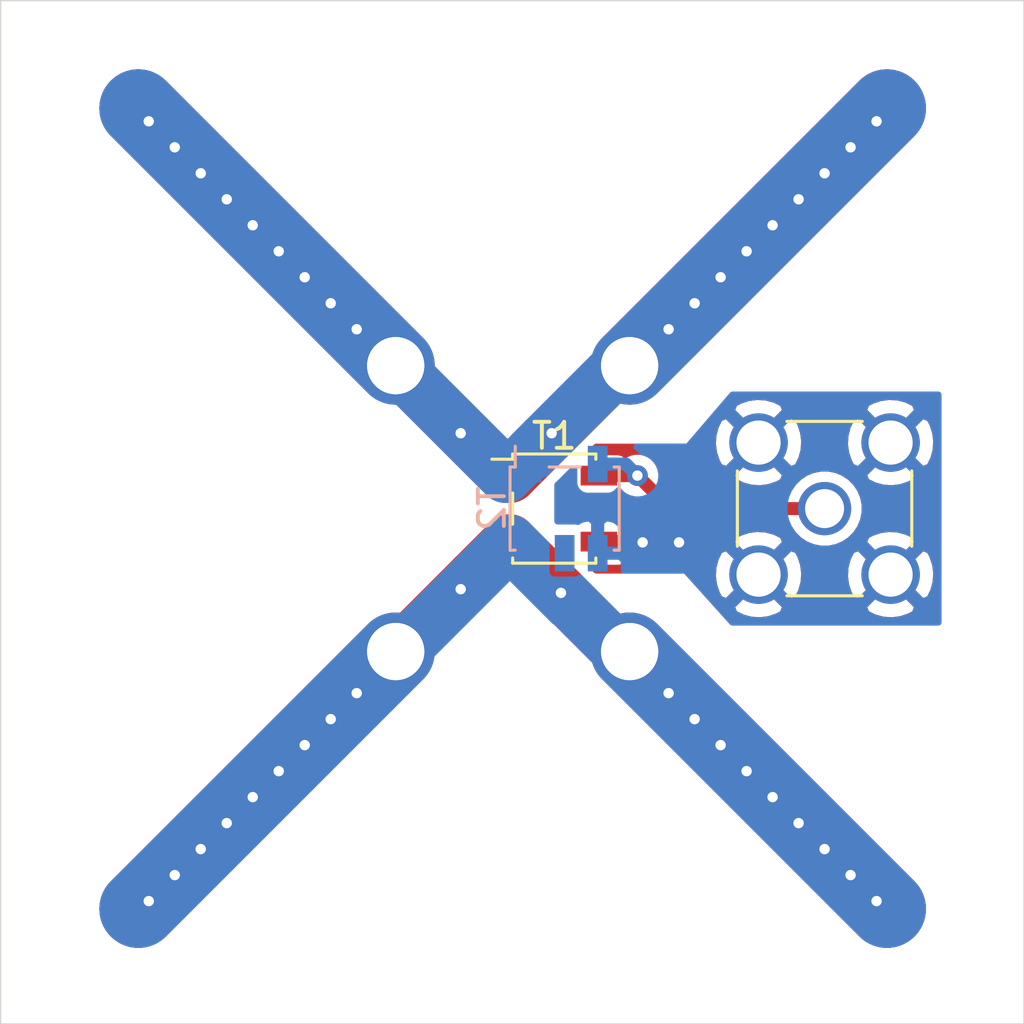
<source format=kicad_pcb>
(kicad_pcb (version 20171130) (host pcbnew "(5.1.2)-1")

  (general
    (thickness 1.6)
    (drawings 4)
    (tracks 74)
    (zones 0)
    (modules 14)
    (nets 7)
  )

  (page A4)
  (layers
    (0 F.Cu signal)
    (31 B.Cu signal)
    (32 B.Adhes user)
    (33 F.Adhes user)
    (34 B.Paste user)
    (35 F.Paste user)
    (36 B.SilkS user hide)
    (37 F.SilkS user hide)
    (38 B.Mask user)
    (39 F.Mask user)
    (40 Dwgs.User user)
    (41 Cmts.User user)
    (42 Eco1.User user)
    (43 Eco2.User user)
    (44 Edge.Cuts user)
    (45 Margin user)
    (46 B.CrtYd user)
    (47 F.CrtYd user)
    (48 B.Fab user hide)
    (49 F.Fab user hide)
  )

  (setup
    (last_trace_width 2.1)
    (user_trace_width 0.5)
    (user_trace_width 1)
    (user_trace_width 2.1)
    (trace_clearance 0.2)
    (zone_clearance 0.1)
    (zone_45_only no)
    (trace_min 0.2)
    (via_size 0.8)
    (via_drill 0.4)
    (via_min_size 0.4)
    (via_min_drill 0.3)
    (uvia_size 0.3)
    (uvia_drill 0.1)
    (uvias_allowed no)
    (uvia_min_size 0.2)
    (uvia_min_drill 0.1)
    (edge_width 0.05)
    (segment_width 0.2)
    (pcb_text_width 0.3)
    (pcb_text_size 1.5 1.5)
    (mod_edge_width 0.12)
    (mod_text_size 1 1)
    (mod_text_width 0.15)
    (pad_size 3 17)
    (pad_drill 2.2)
    (pad_to_mask_clearance 0.051)
    (solder_mask_min_width 0.25)
    (aux_axis_origin 0 0)
    (visible_elements 7FFFFFFF)
    (pcbplotparams
      (layerselection 0x010fc_ffffffff)
      (usegerberextensions false)
      (usegerberattributes false)
      (usegerberadvancedattributes false)
      (creategerberjobfile false)
      (excludeedgelayer true)
      (linewidth 0.100000)
      (plotframeref false)
      (viasonmask false)
      (mode 1)
      (useauxorigin false)
      (hpglpennumber 1)
      (hpglpenspeed 20)
      (hpglpendiameter 15.000000)
      (psnegative false)
      (psa4output false)
      (plotreference true)
      (plotvalue true)
      (plotinvisibletext false)
      (padsonsilk false)
      (subtractmaskfromsilk false)
      (outputformat 1)
      (mirror false)
      (drillshape 1)
      (scaleselection 1)
      (outputdirectory ""))
  )

  (net 0 "")
  (net 1 GND)
  (net 2 "Net-(T1-Pad4)")
  (net 3 /IN1)
  (net 4 /IN2)
  (net 5 /OUT)
  (net 6 "Net-(T2-Pad4)")

  (net_class Default "This is the default net class."
    (clearance 0.2)
    (trace_width 0.25)
    (via_dia 0.8)
    (via_drill 0.4)
    (uvia_dia 0.3)
    (uvia_drill 0.1)
    (add_net /IN1)
    (add_net /IN2)
    (add_net /OUT)
    (add_net GND)
    (add_net "Net-(T1-Pad4)")
    (add_net "Net-(T2-Pad4)")
  )

  (module MountingHole:MountingHole_2.2mm_M2_Pad (layer B.Cu) (tedit 5F95B7C1) (tstamp 5F95BBB8)
    (at 154.5 95.4 90)
    (descr "Mounting Hole 2.2mm, M2")
    (tags "mounting hole 2.2mm m2")
    (path /5F962213)
    (attr virtual)
    (fp_text reference H8 (at 0 3.2 90) (layer B.SilkS) hide
      (effects (font (size 1 1) (thickness 0.15)) (justify mirror))
    )
    (fp_text value Pad (at 0 -3.2 90) (layer B.Fab)
      (effects (font (size 1 1) (thickness 0.15)) (justify mirror))
    )
    (fp_circle (center 0 0) (end 2.45 0) (layer B.CrtYd) (width 0.05))
    (fp_circle (center 0 0) (end 2.2 0) (layer Cmts.User) (width 0.15))
    (fp_text user %R (at 0.3 0 90) (layer B.Fab)
      (effects (font (size 1 1) (thickness 0.15)) (justify mirror))
    )
    (pad 1 thru_hole oval (at 0 0 45) (size 3 17) (drill 2.2 (offset 0 7)) (layers *.Cu *.Mask)
      (net 4 /IN2))
  )

  (module MountingHole:MountingHole_2.2mm_M2_Pad (layer F.Cu) (tedit 5F95B7A5) (tstamp 5F95BB9B)
    (at 154.5 95.4 180)
    (descr "Mounting Hole 2.2mm, M2")
    (tags "mounting hole 2.2mm m2")
    (path /5F96221D)
    (attr virtual)
    (fp_text reference H6 (at 0 -3.2) (layer F.SilkS) hide
      (effects (font (size 1 1) (thickness 0.15)))
    )
    (fp_text value Pad (at 0 3.2) (layer F.Fab)
      (effects (font (size 1 1) (thickness 0.15)))
    )
    (fp_circle (center 0 0) (end 2.45 0) (layer F.CrtYd) (width 0.05))
    (fp_circle (center 0 0) (end 2.2 0) (layer Cmts.User) (width 0.15))
    (fp_text user %R (at 0.3 0) (layer F.Fab)
      (effects (font (size 1 1) (thickness 0.15)))
    )
    (pad 1 thru_hole oval (at 0 0 225) (size 3 17) (drill 2.2 (offset 0 -7)) (layers *.Cu *.Mask)
      (net 4 /IN2))
  )

  (module MountingHole:MountingHole_2.2mm_M2_Pad (layer B.Cu) (tedit 5F95B63C) (tstamp 5F95BB8C)
    (at 145.5 95.4)
    (descr "Mounting Hole 2.2mm, M2")
    (tags "mounting hole 2.2mm m2")
    (path /5F9621FF)
    (attr virtual)
    (fp_text reference H4 (at 0 3.2 180) (layer B.SilkS) hide
      (effects (font (size 1 1) (thickness 0.15)) (justify mirror))
    )
    (fp_text value Pad (at 0 -3.2 180) (layer B.Fab)
      (effects (font (size 1 1) (thickness 0.15)) (justify mirror))
    )
    (fp_circle (center 0 0) (end 2.45 0) (layer B.CrtYd) (width 0.05))
    (fp_circle (center 0 0) (end 2.2 0) (layer Cmts.User) (width 0.15))
    (fp_text user %R (at 0.3 0 180) (layer B.Fab)
      (effects (font (size 1 1) (thickness 0.15)) (justify mirror))
    )
    (pad 1 thru_hole oval (at 0 0 315) (size 3 17) (drill 2.2 (offset 0 7)) (layers *.Cu *.Mask)
      (net 4 /IN2))
  )

  (module MountingHole:MountingHole_2.2mm_M2_Pad (layer B.Cu) (tedit 5F95B766) (tstamp 5F95BB7D)
    (at 145.5 95.4)
    (descr "Mounting Hole 2.2mm, M2")
    (tags "mounting hole 2.2mm m2")
    (path /5F962209)
    (attr virtual)
    (fp_text reference H2 (at 0 3.2 180) (layer B.SilkS) hide
      (effects (font (size 1 1) (thickness 0.15)) (justify mirror))
    )
    (fp_text value Pad (at 0 -3.2 180) (layer B.Fab)
      (effects (font (size 1 1) (thickness 0.15)) (justify mirror))
    )
    (fp_circle (center 0 0) (end 2.45 0) (layer B.CrtYd) (width 0.05))
    (fp_circle (center 0 0) (end 2.2 0) (layer Cmts.User) (width 0.15))
    (fp_text user %R (at 0.3 0 180) (layer B.Fab)
      (effects (font (size 1 1) (thickness 0.15)) (justify mirror))
    )
    (pad 1 thru_hole oval (at 0 0 315) (size 3 17) (drill 2.2 (offset 0 7)) (layers *.Cu *.Mask)
      (net 4 /IN2))
  )

  (module Transformer_SMD:Transformer_MACOM_SM-22 (layer B.Cu) (tedit 5B0BC2F5) (tstamp 5F95B31A)
    (at 152 89.9 270)
    (descr https://cdn.macom.com/datasheets/ETC1-1-13.pdf)
    (tags "RF Transformer")
    (path /5F96929A)
    (attr smd)
    (fp_text reference T2 (at 0 2.794 270) (layer B.SilkS)
      (effects (font (size 1 1) (thickness 0.15)) (justify mirror))
    )
    (fp_text value ETC1-1-13 (at 0 -2.794 270) (layer B.Fab)
      (effects (font (size 1 1) (thickness 0.15)) (justify mirror))
    )
    (fp_text user %R (at 0 0 270) (layer B.Fab)
      (effects (font (size 0.6 0.6) (thickness 0.09)) (justify mirror))
    )
    (fp_line (start -2.67 -2.17) (end -2.67 2.17) (layer B.CrtYd) (width 0.05))
    (fp_line (start 2.67 -2.17) (end -2.67 -2.17) (layer B.CrtYd) (width 0.05))
    (fp_line (start 2.67 2.17) (end 2.67 -2.17) (layer B.CrtYd) (width 0.05))
    (fp_line (start -2.67 2.17) (end 2.67 2.17) (layer B.CrtYd) (width 0.05))
    (fp_line (start -1.395 1.2175) (end -0.6975 1.915) (layer B.Fab) (width 0.1))
    (fp_line (start -1.395 -1.915) (end -1.395 1.2175) (layer B.Fab) (width 0.1))
    (fp_line (start 1.395 -1.915) (end -1.395 -1.915) (layer B.Fab) (width 0.1))
    (fp_line (start 1.395 1.915) (end 1.395 -1.915) (layer B.Fab) (width 0.1))
    (fp_line (start -0.6975 1.915) (end 1.395 1.915) (layer B.Fab) (width 0.1))
    (fp_line (start 1.6 1.9) (end 1.6 2.1) (layer B.SilkS) (width 0.12))
    (fp_line (start 1.6 2.1) (end -1.6 2.1) (layer B.SilkS) (width 0.12))
    (fp_line (start -1.6 2.1) (end -1.6 1.9) (layer B.SilkS) (width 0.12))
    (fp_line (start -1.6 1.9) (end -2.4 1.9) (layer B.SilkS) (width 0.12))
    (fp_line (start -1.6 0.6) (end -1.6 -0.6) (layer B.SilkS) (width 0.12))
    (fp_line (start -1.6 -1.9) (end -1.6 -2.1) (layer B.SilkS) (width 0.12))
    (fp_line (start -1.6 -2.1) (end 1.6 -2.1) (layer B.SilkS) (width 0.12))
    (fp_line (start 1.6 -2.1) (end 1.6 -1.9) (layer B.SilkS) (width 0.12))
    (pad 5 smd rect (at 1.715 1.27 270) (size 1.4 0.76) (layers B.Cu B.Paste B.Mask)
      (net 4 /IN2))
    (pad 4 smd rect (at 1.715 0 270) (size 1.4 0.76) (layers B.Cu B.Paste B.Mask)
      (net 6 "Net-(T2-Pad4)"))
    (pad 3 smd rect (at 1.715 -1.27 270) (size 1.4 0.76) (layers B.Cu B.Paste B.Mask)
      (net 1 GND))
    (pad 2 smd rect (at -1.715 -1.27 270) (size 1.4 0.76) (layers B.Cu B.Paste B.Mask)
      (net 5 /OUT))
    (pad 1 smd rect (at -1.715 1.27 270) (size 1.4 0.76) (layers B.Cu B.Paste B.Mask)
      (net 3 /IN1))
    (model ${KISYS3DMOD}/Transformer_SMD.3dshapes/Transformer_MACOM_SM-22.wrl
      (at (xyz 0 0 0))
      (scale (xyz 1 1 1))
      (rotate (xyz 0 0 0))
    )
  )

  (module Transformer_SMD:Transformer_MACOM_SM-22 (layer F.Cu) (tedit 5B0BC2F5) (tstamp 5F95B59F)
    (at 151.6 89.9)
    (descr https://cdn.macom.com/datasheets/ETC1-1-13.pdf)
    (tags "RF Transformer")
    (path /5F9673C6)
    (attr smd)
    (fp_text reference T1 (at 0 -2.794) (layer F.SilkS)
      (effects (font (size 1 1) (thickness 0.15)))
    )
    (fp_text value ETC1-1-13 (at 0 2.794) (layer F.Fab)
      (effects (font (size 1 1) (thickness 0.15)))
    )
    (fp_text user %R (at 0 0) (layer F.Fab)
      (effects (font (size 0.6 0.6) (thickness 0.09)))
    )
    (fp_line (start -2.67 2.17) (end -2.67 -2.17) (layer F.CrtYd) (width 0.05))
    (fp_line (start 2.67 2.17) (end -2.67 2.17) (layer F.CrtYd) (width 0.05))
    (fp_line (start 2.67 -2.17) (end 2.67 2.17) (layer F.CrtYd) (width 0.05))
    (fp_line (start -2.67 -2.17) (end 2.67 -2.17) (layer F.CrtYd) (width 0.05))
    (fp_line (start -1.395 -1.2175) (end -0.6975 -1.915) (layer F.Fab) (width 0.1))
    (fp_line (start -1.395 1.915) (end -1.395 -1.2175) (layer F.Fab) (width 0.1))
    (fp_line (start 1.395 1.915) (end -1.395 1.915) (layer F.Fab) (width 0.1))
    (fp_line (start 1.395 -1.915) (end 1.395 1.915) (layer F.Fab) (width 0.1))
    (fp_line (start -0.6975 -1.915) (end 1.395 -1.915) (layer F.Fab) (width 0.1))
    (fp_line (start 1.6 -1.9) (end 1.6 -2.1) (layer F.SilkS) (width 0.12))
    (fp_line (start 1.6 -2.1) (end -1.6 -2.1) (layer F.SilkS) (width 0.12))
    (fp_line (start -1.6 -2.1) (end -1.6 -1.9) (layer F.SilkS) (width 0.12))
    (fp_line (start -1.6 -1.9) (end -2.4 -1.9) (layer F.SilkS) (width 0.12))
    (fp_line (start -1.6 -0.6) (end -1.6 0.6) (layer F.SilkS) (width 0.12))
    (fp_line (start -1.6 1.9) (end -1.6 2.1) (layer F.SilkS) (width 0.12))
    (fp_line (start -1.6 2.1) (end 1.6 2.1) (layer F.SilkS) (width 0.12))
    (fp_line (start 1.6 2.1) (end 1.6 1.9) (layer F.SilkS) (width 0.12))
    (pad 5 smd rect (at 1.715 -1.27) (size 1.4 0.76) (layers F.Cu F.Paste F.Mask)
      (net 5 /OUT))
    (pad 4 smd rect (at 1.715 0) (size 1.4 0.76) (layers F.Cu F.Paste F.Mask)
      (net 2 "Net-(T1-Pad4)"))
    (pad 3 smd rect (at 1.715 1.27) (size 1.4 0.76) (layers F.Cu F.Paste F.Mask)
      (net 1 GND))
    (pad 2 smd rect (at -1.715 1.27) (size 1.4 0.76) (layers F.Cu F.Paste F.Mask)
      (net 4 /IN2))
    (pad 1 smd rect (at -1.715 -1.27) (size 1.4 0.76) (layers F.Cu F.Paste F.Mask)
      (net 3 /IN1))
    (model ${KISYS3DMOD}/Transformer_SMD.3dshapes/Transformer_MACOM_SM-22.wrl
      (at (xyz 0 0 0))
      (scale (xyz 1 1 1))
      (rotate (xyz 0 0 0))
    )
  )

  (module MountingHole:MountingHole_2.2mm_M2_Pad (layer B.Cu) (tedit 5F9599C6) (tstamp 5F95BC92)
    (at 145.5 84.4 270)
    (descr "Mounting Hole 2.2mm, M2")
    (tags "mounting hole 2.2mm m2")
    (path /5F8DC6F9)
    (attr virtual)
    (fp_text reference H7 (at 0 3.2 270) (layer B.SilkS) hide
      (effects (font (size 1 1) (thickness 0.15)) (justify mirror))
    )
    (fp_text value Pad (at 0 -3.2 270) (layer B.Fab)
      (effects (font (size 1 1) (thickness 0.15)) (justify mirror))
    )
    (fp_text user %R (at 0.3 0 270) (layer B.Fab)
      (effects (font (size 1 1) (thickness 0.15)) (justify mirror))
    )
    (fp_circle (center 0 0) (end 2.2 0) (layer Cmts.User) (width 0.15))
    (fp_circle (center 0 0) (end 2.45 0) (layer B.CrtYd) (width 0.05))
    (pad 1 thru_hole oval (at 0 0 225) (size 3 17) (drill 2.2 (offset 0 7)) (layers *.Cu *.Mask)
      (net 3 /IN1))
  )

  (module MountingHole:MountingHole_2.2mm_M2_Pad (layer B.Cu) (tedit 5F9599AB) (tstamp 5F95BC1E)
    (at 154.5 84.4 180)
    (descr "Mounting Hole 2.2mm, M2")
    (tags "mounting hole 2.2mm m2")
    (path /5F8DC398)
    (attr virtual)
    (fp_text reference H1 (at 0 3.2) (layer B.SilkS) hide
      (effects (font (size 1 1) (thickness 0.15)) (justify mirror))
    )
    (fp_text value Pad (at 0 -3.2) (layer B.Fab)
      (effects (font (size 1 1) (thickness 0.15)) (justify mirror))
    )
    (fp_text user %R (at 0.3 0) (layer B.Fab)
      (effects (font (size 1 1) (thickness 0.15)) (justify mirror))
    )
    (fp_circle (center 0 0) (end 2.2 0) (layer Cmts.User) (width 0.15))
    (fp_circle (center 0 0) (end 2.45 0) (layer B.CrtYd) (width 0.05))
    (pad 1 thru_hole oval (at 0 0 135) (size 3 17) (drill 2.2 (offset 0 7)) (layers *.Cu *.Mask)
      (net 3 /IN1))
  )

  (module MountingHole:MountingHole_3.2mm_M3 (layer F.Cu) (tedit 56D1B4CB) (tstamp 5F95913C)
    (at 150 105)
    (descr "Mounting Hole 3.2mm, no annular, M3")
    (tags "mounting hole 3.2mm no annular m3")
    (path /5F959C62)
    (attr virtual)
    (fp_text reference H11 (at 0 -4.2) (layer F.SilkS) hide
      (effects (font (size 1 1) (thickness 0.15)))
    )
    (fp_text value MountingHole (at 0 4.2) (layer F.Fab)
      (effects (font (size 1 1) (thickness 0.15)))
    )
    (fp_circle (center 0 0) (end 3.45 0) (layer F.CrtYd) (width 0.05))
    (fp_circle (center 0 0) (end 3.2 0) (layer Cmts.User) (width 0.15))
    (fp_text user %R (at 0.3 0) (layer F.Fab)
      (effects (font (size 1 1) (thickness 0.15)))
    )
    (pad 1 np_thru_hole circle (at 0 0) (size 3.2 3.2) (drill 3.2) (layers *.Cu *.Mask))
  )

  (module MountingHole:MountingHole_3.2mm_M3 (layer F.Cu) (tedit 56D1B4CB) (tstamp 5F95BA6B)
    (at 150 75)
    (descr "Mounting Hole 3.2mm, no annular, M3")
    (tags "mounting hole 3.2mm no annular m3")
    (path /5F959499)
    (attr virtual)
    (fp_text reference H10 (at 0 -4.2) (layer F.SilkS) hide
      (effects (font (size 1 1) (thickness 0.15)))
    )
    (fp_text value MountingHole (at 0 4.2) (layer F.Fab)
      (effects (font (size 1 1) (thickness 0.15)))
    )
    (fp_circle (center 0 0) (end 3.45 0) (layer F.CrtYd) (width 0.05))
    (fp_circle (center 0 0) (end 3.2 0) (layer Cmts.User) (width 0.15))
    (fp_text user %R (at 0.3 0) (layer F.Fab)
      (effects (font (size 1 1) (thickness 0.15)))
    )
    (pad 1 np_thru_hole circle (at 0 0) (size 3.2 3.2) (drill 3.2) (layers *.Cu *.Mask))
  )

  (module MountingHole:MountingHole_3.2mm_M3 (layer F.Cu) (tedit 56D1B4CB) (tstamp 5F959124)
    (at 135 90)
    (descr "Mounting Hole 3.2mm, no annular, M3")
    (tags "mounting hole 3.2mm no annular m3")
    (path /5F959145)
    (attr virtual)
    (fp_text reference H9 (at 0 -4.2) (layer F.SilkS) hide
      (effects (font (size 1 1) (thickness 0.15)))
    )
    (fp_text value MountingHole (at 0 4.2) (layer F.Fab)
      (effects (font (size 1 1) (thickness 0.15)))
    )
    (fp_circle (center 0 0) (end 3.45 0) (layer F.CrtYd) (width 0.05))
    (fp_circle (center 0 0) (end 3.2 0) (layer Cmts.User) (width 0.15))
    (fp_text user %R (at 0.3 0) (layer F.Fab)
      (effects (font (size 1 1) (thickness 0.15)))
    )
    (pad 1 np_thru_hole circle (at 0 0) (size 3.2 3.2) (drill 3.2) (layers *.Cu *.Mask))
  )

  (module Connector_Coaxial:SMA_Amphenol_901-144_Vertical (layer F.Cu) (tedit 5B2F4C32) (tstamp 5F95B7E8)
    (at 162 89.9)
    (descr https://www.amphenolrf.com/downloads/dl/file/id/7023/product/3103/901_144_customer_drawing.pdf)
    (tags "SMA THT Female Jack Vertical")
    (path /5F8DDCD9)
    (fp_text reference J1 (at 0 -4.75) (layer F.SilkS) hide
      (effects (font (size 1 1) (thickness 0.15)))
    )
    (fp_text value Conn_Coaxial (at 0 5) (layer F.Fab)
      (effects (font (size 1 1) (thickness 0.15)))
    )
    (fp_text user %R (at 0 0) (layer F.Fab)
      (effects (font (size 1 1) (thickness 0.15)))
    )
    (fp_line (start -1.45 -3.355) (end 1.45 -3.355) (layer F.SilkS) (width 0.12))
    (fp_line (start -1.45 3.355) (end 1.45 3.355) (layer F.SilkS) (width 0.12))
    (fp_line (start 3.355 -1.45) (end 3.355 1.45) (layer F.SilkS) (width 0.12))
    (fp_line (start -3.355 -1.45) (end -3.355 1.45) (layer F.SilkS) (width 0.12))
    (fp_line (start 3.175 -3.175) (end 3.175 3.175) (layer F.Fab) (width 0.1))
    (fp_line (start -3.175 3.175) (end 3.175 3.175) (layer F.Fab) (width 0.1))
    (fp_line (start -3.175 -3.175) (end -3.175 3.175) (layer F.Fab) (width 0.1))
    (fp_line (start -3.175 -3.175) (end 3.175 -3.175) (layer F.Fab) (width 0.1))
    (fp_line (start -4.17 -4.17) (end 4.17 -4.17) (layer F.CrtYd) (width 0.05))
    (fp_line (start -4.17 -4.17) (end -4.17 4.17) (layer F.CrtYd) (width 0.05))
    (fp_line (start 4.17 4.17) (end 4.17 -4.17) (layer F.CrtYd) (width 0.05))
    (fp_line (start 4.17 4.17) (end -4.17 4.17) (layer F.CrtYd) (width 0.05))
    (fp_circle (center 0 0) (end 3.175 0) (layer F.Fab) (width 0.1))
    (pad 2 thru_hole circle (at -2.54 2.54) (size 2.25 2.25) (drill 1.7) (layers *.Cu *.Mask)
      (net 1 GND))
    (pad 2 thru_hole circle (at -2.54 -2.54) (size 2.25 2.25) (drill 1.7) (layers *.Cu *.Mask)
      (net 1 GND))
    (pad 2 thru_hole circle (at 2.54 -2.54) (size 2.25 2.25) (drill 1.7) (layers *.Cu *.Mask)
      (net 1 GND))
    (pad 2 thru_hole circle (at 2.54 2.54) (size 2.25 2.25) (drill 1.7) (layers *.Cu *.Mask)
      (net 1 GND))
    (pad 1 thru_hole circle (at 0 0) (size 2.05 2.05) (drill 1.5) (layers *.Cu *.Mask)
      (net 5 /OUT))
    (model ${KISYS3DMOD}/Connector_Coaxial.3dshapes/SMA_Amphenol_901-144_Vertical.wrl
      (at (xyz 0 0 0))
      (scale (xyz 1 1 1))
      (rotate (xyz 0 0 0))
    )
  )

  (module MountingHole:MountingHole_2.2mm_M2_Pad (layer F.Cu) (tedit 5F9599D4) (tstamp 5F95B81B)
    (at 145.5 84.4)
    (descr "Mounting Hole 2.2mm, M2")
    (tags "mounting hole 2.2mm m2")
    (path /5F8DC703)
    (attr virtual)
    (fp_text reference H5 (at 0 -3.2) (layer F.SilkS) hide
      (effects (font (size 1 1) (thickness 0.15)))
    )
    (fp_text value Pad (at 0 3.2) (layer F.Fab)
      (effects (font (size 1 1) (thickness 0.15)))
    )
    (fp_circle (center 0 0) (end 2.45 0) (layer F.CrtYd) (width 0.05))
    (fp_circle (center 0 0) (end 2.2 0) (layer Cmts.User) (width 0.15))
    (fp_text user %R (at 0.3 0) (layer F.Fab)
      (effects (font (size 1 1) (thickness 0.15)))
    )
    (pad 1 thru_hole oval (at 0 0 45) (size 3 17) (drill 2.2 (offset 0 -7)) (layers *.Cu *.Mask)
      (net 3 /IN1))
  )

  (module MountingHole:MountingHole_2.2mm_M2_Pad (layer F.Cu) (tedit 5F9599BC) (tstamp 5F95B761)
    (at 154.5 84.4 270)
    (descr "Mounting Hole 2.2mm, M2")
    (tags "mounting hole 2.2mm m2")
    (path /5F8DB409)
    (attr virtual)
    (fp_text reference H3 (at 0 -3.2 90) (layer F.SilkS) hide
      (effects (font (size 1 1) (thickness 0.15)))
    )
    (fp_text value Pad (at 0 3.2 90) (layer F.Fab)
      (effects (font (size 1 1) (thickness 0.15)))
    )
    (fp_circle (center 0 0) (end 2.45 0) (layer F.CrtYd) (width 0.05))
    (fp_circle (center 0 0) (end 2.2 0) (layer Cmts.User) (width 0.15))
    (fp_text user %R (at 0.3 0 90) (layer F.Fab)
      (effects (font (size 1 1) (thickness 0.15)))
    )
    (pad 1 thru_hole oval (at 0 0 315) (size 3 17) (drill 2.2 (offset 0 -7)) (layers *.Cu *.Mask)
      (net 3 /IN1))
  )

  (gr_line (start 130.302 109.728) (end 130.302 70.358) (layer Edge.Cuts) (width 0.05) (tstamp 5F959250))
  (gr_line (start 169.672 109.728) (end 130.302 109.728) (layer Edge.Cuts) (width 0.05))
  (gr_line (start 169.672 70.358) (end 169.672 109.728) (layer Edge.Cuts) (width 0.05))
  (gr_line (start 130.302 70.358) (end 169.672 70.358) (layer Edge.Cuts) (width 0.05))

  (via (at 164 75) (size 0.8) (drill 0.4) (layers F.Cu B.Cu) (net 3))
  (via (at 163 76) (size 0.8) (drill 0.4) (layers F.Cu B.Cu) (net 3))
  (via (at 162 77) (size 0.8) (drill 0.4) (layers F.Cu B.Cu) (net 3))
  (via (at 161 78) (size 0.8) (drill 0.4) (layers F.Cu B.Cu) (net 3))
  (via (at 160 79) (size 0.8) (drill 0.4) (layers F.Cu B.Cu) (net 3))
  (via (at 159 80) (size 0.8) (drill 0.4) (layers F.Cu B.Cu) (net 3))
  (via (at 158 81) (size 0.8) (drill 0.4) (layers F.Cu B.Cu) (net 3))
  (via (at 157 82) (size 0.8) (drill 0.4) (layers F.Cu B.Cu) (net 3))
  (via (at 156 83) (size 0.8) (drill 0.4) (layers F.Cu B.Cu) (net 3))
  (via (at 136 75) (size 0.8) (drill 0.4) (layers F.Cu B.Cu) (net 3))
  (via (at 137 76) (size 0.8) (drill 0.4) (layers F.Cu B.Cu) (net 3))
  (via (at 138 77) (size 0.8) (drill 0.4) (layers F.Cu B.Cu) (net 3))
  (via (at 139 78) (size 0.8) (drill 0.4) (layers F.Cu B.Cu) (net 3))
  (via (at 140 79) (size 0.8) (drill 0.4) (layers F.Cu B.Cu) (net 3))
  (via (at 141 80) (size 0.8) (drill 0.4) (layers F.Cu B.Cu) (net 3))
  (via (at 142 81) (size 0.8) (drill 0.4) (layers F.Cu B.Cu) (net 3))
  (via (at 143 82) (size 0.8) (drill 0.4) (layers F.Cu B.Cu) (net 3))
  (via (at 144 83) (size 0.8) (drill 0.4) (layers F.Cu B.Cu) (net 3))
  (segment (start 145.5 84.4) (end 145.555 84.4) (width 2.1) (layer F.Cu) (net 3))
  (via (at 164 105) (size 0.8) (drill 0.4) (layers F.Cu B.Cu) (net 4))
  (via (at 163 104) (size 0.8) (drill 0.4) (layers F.Cu B.Cu) (net 4))
  (via (at 162 103) (size 0.8) (drill 0.4) (layers F.Cu B.Cu) (net 4))
  (via (at 161 102) (size 0.8) (drill 0.4) (layers F.Cu B.Cu) (net 4))
  (via (at 160 101) (size 0.8) (drill 0.4) (layers F.Cu B.Cu) (net 4))
  (via (at 159 100) (size 0.8) (drill 0.4) (layers F.Cu B.Cu) (net 4))
  (via (at 158 99) (size 0.8) (drill 0.4) (layers F.Cu B.Cu) (net 4))
  (via (at 157 98) (size 0.8) (drill 0.4) (layers F.Cu B.Cu) (net 4))
  (via (at 156 97) (size 0.8) (drill 0.4) (layers F.Cu B.Cu) (net 4))
  (via (at 136 105) (size 0.8) (drill 0.4) (layers F.Cu B.Cu) (net 4))
  (via (at 137 104) (size 0.8) (drill 0.4) (layers F.Cu B.Cu) (net 4))
  (via (at 138 103) (size 0.8) (drill 0.4) (layers F.Cu B.Cu) (net 4))
  (via (at 139 102) (size 0.8) (drill 0.4) (layers F.Cu B.Cu) (net 4))
  (via (at 140 101) (size 0.8) (drill 0.4) (layers F.Cu B.Cu) (net 4))
  (via (at 141 100) (size 0.8) (drill 0.4) (layers F.Cu B.Cu) (net 4))
  (via (at 142 99) (size 0.8) (drill 0.4) (layers F.Cu B.Cu) (net 4))
  (via (at 143 98) (size 0.8) (drill 0.4) (layers F.Cu B.Cu) (net 4))
  (via (at 144 97) (size 0.8) (drill 0.4) (layers F.Cu B.Cu) (net 4))
  (via (at 155 91.2) (size 0.8) (drill 0.4) (layers F.Cu B.Cu) (net 1))
  (via (at 156.4 91.2) (size 0.8) (drill 0.4) (layers F.Cu B.Cu) (net 1))
  (segment (start 149.73 88.63) (end 148.55 87.45) (width 2.1) (layer F.Cu) (net 3))
  (segment (start 149.885 88.63) (end 149.73 88.63) (width 2.1) (layer F.Cu) (net 3))
  (segment (start 154.115 84.4) (end 149.885 88.63) (width 2.1) (layer F.Cu) (net 3))
  (segment (start 154.5 84.4) (end 154.115 84.4) (width 2.1) (layer F.Cu) (net 3))
  (segment (start 154.5 84.4) (end 154.1 84.4) (width 2.1) (layer B.Cu) (net 3))
  (segment (start 154.1 84.4) (end 151.25 87.25) (width 2.1) (layer B.Cu) (net 3))
  (segment (start 145.5 84.4) (end 149.73 88.63) (width 2.1) (layer B.Cu) (net 3))
  (segment (start 149.73 88.63) (end 150.175 88.185) (width 2.1) (layer B.Cu) (net 3))
  (segment (start 148.55 87.45) (end 145.5 84.4) (width 2.1) (layer F.Cu) (net 3) (tstamp 5F95B7A1))
  (via (at 148 87) (size 0.8) (drill 0.4) (layers F.Cu B.Cu) (net 3))
  (segment (start 151.25 87.25) (end 150.73 87.77) (width 2.1) (layer B.Cu) (net 3) (tstamp 5F95B7A3))
  (via (at 151.5 87) (size 0.8) (drill 0.4) (layers F.Cu B.Cu) (net 3) (tstamp 5F95B7AF))
  (segment (start 145.655 95.4) (end 148.5275 92.5275) (width 2.1) (layer F.Cu) (net 4))
  (segment (start 145.5 95.4) (end 145.655 95.4) (width 2.1) (layer F.Cu) (net 4))
  (segment (start 154.115 95.4) (end 151.8575 93.1425) (width 2.1) (layer F.Cu) (net 4))
  (segment (start 154.5 95.4) (end 154.115 95.4) (width 2.1) (layer F.Cu) (net 4))
  (segment (start 154.115 95.4) (end 154.5 95.4) (width 2.1) (layer B.Cu) (net 4))
  (segment (start 152.280001 93.565001) (end 154.115 95.4) (width 2.1) (layer B.Cu) (net 4))
  (segment (start 145.5 95.4) (end 145.655 95.4) (width 2.1) (layer B.Cu) (net 4))
  (segment (start 145.5 95.4) (end 145.7 95.4) (width 2.1) (layer B.Cu) (net 4))
  (segment (start 145.7 95.4) (end 149.9 91.2) (width 2.1) (layer B.Cu) (net 4))
  (segment (start 148.5275 92.5275) (end 149.885 91.17) (width 2.1) (layer F.Cu) (net 4) (tstamp 5F95B7A5))
  (via (at 148 93) (size 0.8) (drill 0.4) (layers F.Cu B.Cu) (net 4))
  (segment (start 151.8575 93.1425) (end 149.885 91.17) (width 2.1) (layer F.Cu) (net 4) (tstamp 5F95B7A7))
  (via (at 151.8575 93.1425) (size 0.8) (drill 0.4) (layers F.Cu B.Cu) (net 4))
  (via (at 154.8 88.630006) (size 0.8) (drill 0.4) (layers F.Cu B.Cu) (net 5))
  (segment (start 153.215 88.63) (end 153.215006 88.630006) (width 0.5) (layer F.Cu) (net 5))
  (segment (start 156.069994 89.9) (end 155.199999 89.030005) (width 0.5) (layer F.Cu) (net 5))
  (segment (start 153.215006 88.630006) (end 154.234315 88.630006) (width 0.5) (layer F.Cu) (net 5))
  (segment (start 154.354994 88.185) (end 154.400001 88.230007) (width 0.5) (layer B.Cu) (net 5))
  (segment (start 154.400001 88.230007) (end 154.8 88.630006) (width 0.5) (layer B.Cu) (net 5))
  (segment (start 153.27 88.185) (end 154.354994 88.185) (width 0.5) (layer B.Cu) (net 5))
  (segment (start 155.199999 89.030005) (end 154.8 88.630006) (width 0.5) (layer F.Cu) (net 5))
  (segment (start 162 89.9) (end 156.069994 89.9) (width 0.5) (layer F.Cu) (net 5))
  (segment (start 154.234315 88.630006) (end 154.8 88.630006) (width 0.5) (layer F.Cu) (net 5))

  (zone (net 1) (net_name GND) (layer F.Cu) (tstamp 5F95C969) (hatch edge 0.508)
    (connect_pads (clearance 0.4))
    (min_thickness 0.254)
    (fill yes (arc_segments 32) (thermal_gap 0.508) (thermal_bridge_width 0.508))
    (polygon
      (pts
        (xy 151.6 87.4) (xy 156.7 87.4) (xy 158.4 85.4) (xy 166.5 85.4) (xy 166.5 94.4)
        (xy 158.4 94.4) (xy 156.6 92.4) (xy 151.6 92.4)
      )
    )
    (filled_polygon
      (pts
        (xy 166.373 94.273) (xy 158.456561 94.273) (xy 157.90894 93.664531) (xy 158.415074 93.664531) (xy 158.525921 93.941714)
        (xy 158.83684 94.095089) (xy 159.171705 94.18486) (xy 159.51765 94.207576) (xy 159.86138 94.162366) (xy 160.189685 94.050966)
        (xy 160.394079 93.941714) (xy 160.504926 93.664531) (xy 163.495074 93.664531) (xy 163.605921 93.941714) (xy 163.91684 94.095089)
        (xy 164.251705 94.18486) (xy 164.59765 94.207576) (xy 164.94138 94.162366) (xy 165.269685 94.050966) (xy 165.474079 93.941714)
        (xy 165.584926 93.664531) (xy 164.54 92.619605) (xy 163.495074 93.664531) (xy 160.504926 93.664531) (xy 159.46 92.619605)
        (xy 158.415074 93.664531) (xy 157.90894 93.664531) (xy 156.858747 92.49765) (xy 157.692424 92.49765) (xy 157.737634 92.84138)
        (xy 157.849034 93.169685) (xy 157.958286 93.374079) (xy 158.235469 93.484926) (xy 159.280395 92.44) (xy 159.639605 92.44)
        (xy 160.684531 93.484926) (xy 160.961714 93.374079) (xy 161.115089 93.06316) (xy 161.20486 92.728295) (xy 161.220004 92.49765)
        (xy 162.772424 92.49765) (xy 162.817634 92.84138) (xy 162.929034 93.169685) (xy 163.038286 93.374079) (xy 163.315469 93.484926)
        (xy 164.360395 92.44) (xy 164.719605 92.44) (xy 165.764531 93.484926) (xy 166.041714 93.374079) (xy 166.195089 93.06316)
        (xy 166.28486 92.728295) (xy 166.307576 92.38235) (xy 166.262366 92.03862) (xy 166.150966 91.710315) (xy 166.041714 91.505921)
        (xy 165.764531 91.395074) (xy 164.719605 92.44) (xy 164.360395 92.44) (xy 163.315469 91.395074) (xy 163.038286 91.505921)
        (xy 162.884911 91.81684) (xy 162.79514 92.151705) (xy 162.772424 92.49765) (xy 161.220004 92.49765) (xy 161.227576 92.38235)
        (xy 161.182366 92.03862) (xy 161.070966 91.710315) (xy 160.961714 91.505921) (xy 160.684531 91.395074) (xy 159.639605 92.44)
        (xy 159.280395 92.44) (xy 158.235469 91.395074) (xy 157.958286 91.505921) (xy 157.804911 91.81684) (xy 157.71514 92.151705)
        (xy 157.692424 92.49765) (xy 156.858747 92.49765) (xy 156.694398 92.315041) (xy 156.67601 92.298258) (xy 156.6547 92.285384)
        (xy 156.631289 92.276915) (xy 156.6 92.273) (xy 153.218214 92.273) (xy 153.079732 92.134518) (xy 153.188 92.02625)
        (xy 153.188 91.297) (xy 153.442 91.297) (xy 153.442 92.02625) (xy 153.60075 92.185) (xy 154.015 92.188072)
        (xy 154.139482 92.175812) (xy 154.25918 92.139502) (xy 154.369494 92.080537) (xy 154.466185 92.001185) (xy 154.545537 91.904494)
        (xy 154.604502 91.79418) (xy 154.640812 91.674482) (xy 154.653072 91.55) (xy 154.65 91.45575) (xy 154.49125 91.297)
        (xy 153.442 91.297) (xy 153.188 91.297) (xy 153.168 91.297) (xy 153.168 91.043) (xy 153.188 91.043)
        (xy 153.188 91.023) (xy 153.442 91.023) (xy 153.442 91.043) (xy 154.49125 91.043) (xy 154.65 90.88425)
        (xy 154.653072 90.79) (xy 154.640812 90.665518) (xy 154.604502 90.54582) (xy 154.545537 90.435506) (xy 154.525826 90.411488)
        (xy 154.534374 90.38331) (xy 154.544549 90.28) (xy 154.544549 89.524355) (xy 154.608158 89.537007) (xy 154.62359 89.552439)
        (xy 155.493586 90.422436) (xy 155.517914 90.45208) (xy 155.636228 90.549177) (xy 155.77121 90.621327) (xy 155.917675 90.665757)
        (xy 156.031828 90.677) (xy 156.03183 90.677) (xy 156.069994 90.680759) (xy 156.108157 90.677) (xy 159.367559 90.677)
        (xy 159.05862 90.717634) (xy 158.730315 90.829034) (xy 158.525921 90.938286) (xy 158.415074 91.215469) (xy 159.46 92.260395)
        (xy 160.504926 91.215469) (xy 160.394079 90.938286) (xy 160.08316 90.784911) (xy 159.748295 90.69514) (xy 159.472039 90.677)
        (xy 160.652601 90.677) (xy 160.794483 90.889342) (xy 161.010658 91.105517) (xy 161.264853 91.275364) (xy 161.547298 91.392357)
        (xy 161.847141 91.452) (xy 162.152859 91.452) (xy 162.452702 91.392357) (xy 162.735147 91.275364) (xy 162.824786 91.215469)
        (xy 163.495074 91.215469) (xy 164.54 92.260395) (xy 165.584926 91.215469) (xy 165.474079 90.938286) (xy 165.16316 90.784911)
        (xy 164.828295 90.69514) (xy 164.48235 90.672424) (xy 164.13862 90.717634) (xy 163.810315 90.829034) (xy 163.605921 90.938286)
        (xy 163.495074 91.215469) (xy 162.824786 91.215469) (xy 162.989342 91.105517) (xy 163.205517 90.889342) (xy 163.375364 90.635147)
        (xy 163.492357 90.352702) (xy 163.552 90.052859) (xy 163.552 89.747141) (xy 163.492357 89.447298) (xy 163.375364 89.164853)
        (xy 163.205517 88.910658) (xy 162.989342 88.694483) (xy 162.824787 88.584531) (xy 163.495074 88.584531) (xy 163.605921 88.861714)
        (xy 163.91684 89.015089) (xy 164.251705 89.10486) (xy 164.59765 89.127576) (xy 164.94138 89.082366) (xy 165.269685 88.970966)
        (xy 165.474079 88.861714) (xy 165.584926 88.584531) (xy 164.54 87.539605) (xy 163.495074 88.584531) (xy 162.824787 88.584531)
        (xy 162.735147 88.524636) (xy 162.452702 88.407643) (xy 162.152859 88.348) (xy 161.847141 88.348) (xy 161.547298 88.407643)
        (xy 161.264853 88.524636) (xy 161.010658 88.694483) (xy 160.794483 88.910658) (xy 160.652601 89.123) (xy 159.552441 89.123)
        (xy 159.86138 89.082366) (xy 160.189685 88.970966) (xy 160.394079 88.861714) (xy 160.504926 88.584531) (xy 159.46 87.539605)
        (xy 158.415074 88.584531) (xy 158.525921 88.861714) (xy 158.83684 89.015089) (xy 159.171705 89.10486) (xy 159.447961 89.123)
        (xy 156.391838 89.123) (xy 155.722433 88.453596) (xy 155.707001 88.438164) (xy 155.691376 88.35961) (xy 155.621496 88.190907)
        (xy 155.520048 88.039078) (xy 155.390928 87.909958) (xy 155.239099 87.80851) (xy 155.070396 87.73863) (xy 154.891301 87.703006)
        (xy 154.708699 87.703006) (xy 154.529604 87.73863) (xy 154.360901 87.80851) (xy 154.331607 87.828083) (xy 154.309202 87.809696)
        (xy 154.21765 87.760761) (xy 154.11831 87.730626) (xy 154.015 87.720451) (xy 153.024763 87.720451) (xy 153.218214 87.527)
        (xy 156.7 87.527) (xy 156.724776 87.52456) (xy 156.748601 87.517333) (xy 156.770557 87.505597) (xy 156.796766 87.482251)
        (xy 156.851676 87.41765) (xy 157.692424 87.41765) (xy 157.737634 87.76138) (xy 157.849034 88.089685) (xy 157.958286 88.294079)
        (xy 158.235469 88.404926) (xy 159.280395 87.36) (xy 159.639605 87.36) (xy 160.684531 88.404926) (xy 160.961714 88.294079)
        (xy 161.115089 87.98316) (xy 161.20486 87.648295) (xy 161.220004 87.41765) (xy 162.772424 87.41765) (xy 162.817634 87.76138)
        (xy 162.929034 88.089685) (xy 163.038286 88.294079) (xy 163.315469 88.404926) (xy 164.360395 87.36) (xy 164.719605 87.36)
        (xy 165.764531 88.404926) (xy 166.041714 88.294079) (xy 166.195089 87.98316) (xy 166.28486 87.648295) (xy 166.307576 87.30235)
        (xy 166.262366 86.95862) (xy 166.150966 86.630315) (xy 166.041714 86.425921) (xy 165.764531 86.315074) (xy 164.719605 87.36)
        (xy 164.360395 87.36) (xy 163.315469 86.315074) (xy 163.038286 86.425921) (xy 162.884911 86.73684) (xy 162.79514 87.071705)
        (xy 162.772424 87.41765) (xy 161.220004 87.41765) (xy 161.227576 87.30235) (xy 161.182366 86.95862) (xy 161.070966 86.630315)
        (xy 160.961714 86.425921) (xy 160.684531 86.315074) (xy 159.639605 87.36) (xy 159.280395 87.36) (xy 158.235469 86.315074)
        (xy 157.958286 86.425921) (xy 157.804911 86.73684) (xy 157.71514 87.071705) (xy 157.692424 87.41765) (xy 156.851676 87.41765)
        (xy 157.94153 86.135469) (xy 158.415074 86.135469) (xy 159.46 87.180395) (xy 160.504926 86.135469) (xy 163.495074 86.135469)
        (xy 164.54 87.180395) (xy 165.584926 86.135469) (xy 165.474079 85.858286) (xy 165.16316 85.704911) (xy 164.828295 85.61514)
        (xy 164.48235 85.592424) (xy 164.13862 85.637634) (xy 163.810315 85.749034) (xy 163.605921 85.858286) (xy 163.495074 86.135469)
        (xy 160.504926 86.135469) (xy 160.394079 85.858286) (xy 160.08316 85.704911) (xy 159.748295 85.61514) (xy 159.40235 85.592424)
        (xy 159.05862 85.637634) (xy 158.730315 85.749034) (xy 158.525921 85.858286) (xy 158.415074 86.135469) (xy 157.94153 86.135469)
        (xy 158.458729 85.527) (xy 166.373 85.527)
      )
    )
  )
  (zone (net 1) (net_name GND) (layer B.Cu) (tstamp 5F95C966) (hatch edge 0.508)
    (connect_pads (clearance 0.4))
    (min_thickness 0.254)
    (fill yes (arc_segments 32) (thermal_gap 0.508) (thermal_bridge_width 0.508))
    (polygon
      (pts
        (xy 151.6 92.4) (xy 156.6 92.4) (xy 158.4 94.4) (xy 166.5 94.4) (xy 166.5 85.4)
        (xy 158.4 85.4) (xy 156.681005 87.4) (xy 151.6 87.4)
      )
    )
    (filled_polygon
      (pts
        (xy 166.373 94.273) (xy 158.456561 94.273) (xy 157.90894 93.664531) (xy 158.415074 93.664531) (xy 158.525921 93.941714)
        (xy 158.83684 94.095089) (xy 159.171705 94.18486) (xy 159.51765 94.207576) (xy 159.86138 94.162366) (xy 160.189685 94.050966)
        (xy 160.394079 93.941714) (xy 160.504926 93.664531) (xy 163.495074 93.664531) (xy 163.605921 93.941714) (xy 163.91684 94.095089)
        (xy 164.251705 94.18486) (xy 164.59765 94.207576) (xy 164.94138 94.162366) (xy 165.269685 94.050966) (xy 165.474079 93.941714)
        (xy 165.584926 93.664531) (xy 164.54 92.619605) (xy 163.495074 93.664531) (xy 160.504926 93.664531) (xy 159.46 92.619605)
        (xy 158.415074 93.664531) (xy 157.90894 93.664531) (xy 156.858747 92.49765) (xy 157.692424 92.49765) (xy 157.737634 92.84138)
        (xy 157.849034 93.169685) (xy 157.958286 93.374079) (xy 158.235469 93.484926) (xy 159.280395 92.44) (xy 159.639605 92.44)
        (xy 160.684531 93.484926) (xy 160.961714 93.374079) (xy 161.115089 93.06316) (xy 161.20486 92.728295) (xy 161.220004 92.49765)
        (xy 162.772424 92.49765) (xy 162.817634 92.84138) (xy 162.929034 93.169685) (xy 163.038286 93.374079) (xy 163.315469 93.484926)
        (xy 164.360395 92.44) (xy 164.719605 92.44) (xy 165.764531 93.484926) (xy 166.041714 93.374079) (xy 166.195089 93.06316)
        (xy 166.28486 92.728295) (xy 166.307576 92.38235) (xy 166.262366 92.03862) (xy 166.150966 91.710315) (xy 166.041714 91.505921)
        (xy 165.764531 91.395074) (xy 164.719605 92.44) (xy 164.360395 92.44) (xy 163.315469 91.395074) (xy 163.038286 91.505921)
        (xy 162.884911 91.81684) (xy 162.79514 92.151705) (xy 162.772424 92.49765) (xy 161.220004 92.49765) (xy 161.227576 92.38235)
        (xy 161.182366 92.03862) (xy 161.070966 91.710315) (xy 160.961714 91.505921) (xy 160.684531 91.395074) (xy 159.639605 92.44)
        (xy 159.280395 92.44) (xy 158.235469 91.395074) (xy 157.958286 91.505921) (xy 157.804911 91.81684) (xy 157.71514 92.151705)
        (xy 157.692424 92.49765) (xy 156.858747 92.49765) (xy 156.694398 92.315041) (xy 156.67601 92.298258) (xy 156.6547 92.285384)
        (xy 156.631289 92.276915) (xy 156.6 92.273) (xy 154.287761 92.273) (xy 154.285 91.90075) (xy 154.12625 91.742)
        (xy 153.397 91.742) (xy 153.397 91.762) (xy 153.143 91.762) (xy 153.143 91.742) (xy 153.123 91.742)
        (xy 153.123 91.488) (xy 153.143 91.488) (xy 153.143 90.43875) (xy 153.397 90.43875) (xy 153.397 91.488)
        (xy 154.12625 91.488) (xy 154.285 91.32925) (xy 154.285843 91.215469) (xy 158.415074 91.215469) (xy 159.46 92.260395)
        (xy 160.504926 91.215469) (xy 160.394079 90.938286) (xy 160.08316 90.784911) (xy 159.748295 90.69514) (xy 159.40235 90.672424)
        (xy 159.05862 90.717634) (xy 158.730315 90.829034) (xy 158.525921 90.938286) (xy 158.415074 91.215469) (xy 154.285843 91.215469)
        (xy 154.288072 90.915) (xy 154.275812 90.790518) (xy 154.239502 90.67082) (xy 154.180537 90.560506) (xy 154.101185 90.463815)
        (xy 154.004494 90.384463) (xy 153.89418 90.325498) (xy 153.774482 90.289188) (xy 153.65 90.276928) (xy 153.55575 90.28)
        (xy 153.397 90.43875) (xy 153.143 90.43875) (xy 152.98425 90.28) (xy 152.89 90.276928) (xy 152.765518 90.289188)
        (xy 152.64582 90.325498) (xy 152.535506 90.384463) (xy 152.511488 90.404174) (xy 152.48331 90.395626) (xy 152.38 90.385451)
        (xy 151.727 90.385451) (xy 151.727 89.747141) (xy 160.448 89.747141) (xy 160.448 90.052859) (xy 160.507643 90.352702)
        (xy 160.624636 90.635147) (xy 160.794483 90.889342) (xy 161.010658 91.105517) (xy 161.264853 91.275364) (xy 161.547298 91.392357)
        (xy 161.847141 91.452) (xy 162.152859 91.452) (xy 162.452702 91.392357) (xy 162.735147 91.275364) (xy 162.824786 91.215469)
        (xy 163.495074 91.215469) (xy 164.54 92.260395) (xy 165.584926 91.215469) (xy 165.474079 90.938286) (xy 165.16316 90.784911)
        (xy 164.828295 90.69514) (xy 164.48235 90.672424) (xy 164.13862 90.717634) (xy 163.810315 90.829034) (xy 163.605921 90.938286)
        (xy 163.495074 91.215469) (xy 162.824786 91.215469) (xy 162.989342 91.105517) (xy 163.205517 90.889342) (xy 163.375364 90.635147)
        (xy 163.492357 90.352702) (xy 163.552 90.052859) (xy 163.552 89.747141) (xy 163.492357 89.447298) (xy 163.375364 89.164853)
        (xy 163.205517 88.910658) (xy 162.989342 88.694483) (xy 162.824787 88.584531) (xy 163.495074 88.584531) (xy 163.605921 88.861714)
        (xy 163.91684 89.015089) (xy 164.251705 89.10486) (xy 164.59765 89.127576) (xy 164.94138 89.082366) (xy 165.269685 88.970966)
        (xy 165.474079 88.861714) (xy 165.584926 88.584531) (xy 164.54 87.539605) (xy 163.495074 88.584531) (xy 162.824787 88.584531)
        (xy 162.735147 88.524636) (xy 162.452702 88.407643) (xy 162.152859 88.348) (xy 161.847141 88.348) (xy 161.547298 88.407643)
        (xy 161.264853 88.524636) (xy 161.010658 88.694483) (xy 160.794483 88.910658) (xy 160.624636 89.164853) (xy 160.507643 89.447298)
        (xy 160.448 89.747141) (xy 151.727 89.747141) (xy 151.727 88.991858) (xy 151.790328 88.939886) (xy 152.360451 88.369763)
        (xy 152.360451 88.885) (xy 152.370626 88.98831) (xy 152.400761 89.08765) (xy 152.449696 89.179202) (xy 152.515552 89.259448)
        (xy 152.595798 89.325304) (xy 152.68735 89.374239) (xy 152.78669 89.404374) (xy 152.89 89.414549) (xy 153.65 89.414549)
        (xy 153.75331 89.404374) (xy 153.85265 89.374239) (xy 153.944202 89.325304) (xy 154.024448 89.259448) (xy 154.069228 89.204884)
        (xy 154.079952 89.220934) (xy 154.209072 89.350054) (xy 154.360901 89.451502) (xy 154.529604 89.521382) (xy 154.708699 89.557006)
        (xy 154.891301 89.557006) (xy 155.070396 89.521382) (xy 155.239099 89.451502) (xy 155.390928 89.350054) (xy 155.520048 89.220934)
        (xy 155.621496 89.069105) (xy 155.691376 88.900402) (xy 155.727 88.721307) (xy 155.727 88.584531) (xy 158.415074 88.584531)
        (xy 158.525921 88.861714) (xy 158.83684 89.015089) (xy 159.171705 89.10486) (xy 159.51765 89.127576) (xy 159.86138 89.082366)
        (xy 160.189685 88.970966) (xy 160.394079 88.861714) (xy 160.504926 88.584531) (xy 159.46 87.539605) (xy 158.415074 88.584531)
        (xy 155.727 88.584531) (xy 155.727 88.538705) (xy 155.691376 88.35961) (xy 155.621496 88.190907) (xy 155.520048 88.039078)
        (xy 155.390928 87.909958) (xy 155.239099 87.80851) (xy 155.070396 87.73863) (xy 154.991842 87.723005) (xy 154.931407 87.66257)
        (xy 154.907074 87.63292) (xy 154.78876 87.535823) (xy 154.772253 87.527) (xy 156.681005 87.527) (xy 156.705781 87.52456)
        (xy 156.729606 87.517333) (xy 156.751562 87.505597) (xy 156.777318 87.482781) (xy 156.833297 87.41765) (xy 157.692424 87.41765)
        (xy 157.737634 87.76138) (xy 157.849034 88.089685) (xy 157.958286 88.294079) (xy 158.235469 88.404926) (xy 159.280395 87.36)
        (xy 159.639605 87.36) (xy 160.684531 88.404926) (xy 160.961714 88.294079) (xy 161.115089 87.98316) (xy 161.20486 87.648295)
        (xy 161.220004 87.41765) (xy 162.772424 87.41765) (xy 162.817634 87.76138) (xy 162.929034 88.089685) (xy 163.038286 88.294079)
        (xy 163.315469 88.404926) (xy 164.360395 87.36) (xy 164.719605 87.36) (xy 165.764531 88.404926) (xy 166.041714 88.294079)
        (xy 166.195089 87.98316) (xy 166.28486 87.648295) (xy 166.307576 87.30235) (xy 166.262366 86.95862) (xy 166.150966 86.630315)
        (xy 166.041714 86.425921) (xy 165.764531 86.315074) (xy 164.719605 87.36) (xy 164.360395 87.36) (xy 163.315469 86.315074)
        (xy 163.038286 86.425921) (xy 162.884911 86.73684) (xy 162.79514 87.071705) (xy 162.772424 87.41765) (xy 161.220004 87.41765)
        (xy 161.227576 87.30235) (xy 161.182366 86.95862) (xy 161.070966 86.630315) (xy 160.961714 86.425921) (xy 160.684531 86.315074)
        (xy 159.639605 87.36) (xy 159.280395 87.36) (xy 158.235469 86.315074) (xy 157.958286 86.425921) (xy 157.804911 86.73684)
        (xy 157.71514 87.071705) (xy 157.692424 87.41765) (xy 156.833297 87.41765) (xy 157.935329 86.135469) (xy 158.415074 86.135469)
        (xy 159.46 87.180395) (xy 160.504926 86.135469) (xy 163.495074 86.135469) (xy 164.54 87.180395) (xy 165.584926 86.135469)
        (xy 165.474079 85.858286) (xy 165.16316 85.704911) (xy 164.828295 85.61514) (xy 164.48235 85.592424) (xy 164.13862 85.637634)
        (xy 163.810315 85.749034) (xy 163.605921 85.858286) (xy 163.495074 86.135469) (xy 160.504926 86.135469) (xy 160.394079 85.858286)
        (xy 160.08316 85.704911) (xy 159.748295 85.61514) (xy 159.40235 85.592424) (xy 159.05862 85.637634) (xy 158.730315 85.749034)
        (xy 158.525921 85.858286) (xy 158.415074 86.135469) (xy 157.935329 86.135469) (xy 158.458307 85.527) (xy 166.373 85.527)
      )
    )
  )
  (zone (net 4) (net_name /IN2) (layer B.Cu) (tstamp 5F95C963) (hatch edge 0.508)
    (connect_pads yes (clearance 0.1))
    (min_thickness 0.254)
    (fill yes (arc_segments 32) (thermal_gap 0.508) (thermal_bridge_width 0.508))
    (polygon
      (pts
        (xy 150.5 90.3) (xy 153.1 92.9) (xy 151.6 94.4) (xy 149 91.8)
      )
    )
    (filled_polygon
      (pts
        (xy 151.291418 91.271024) (xy 151.291418 92.315) (xy 151.297732 92.379103) (xy 151.31643 92.440743) (xy 151.346794 92.49755)
        (xy 151.387657 92.547343) (xy 151.43745 92.588206) (xy 151.494257 92.61857) (xy 151.555897 92.637268) (xy 151.62 92.643582)
        (xy 152.38 92.643582) (xy 152.444103 92.637268) (xy 152.505743 92.61857) (xy 152.56255 92.588206) (xy 152.587843 92.567449)
        (xy 152.920394 92.9) (xy 151.6 94.220394) (xy 149.179606 91.8) (xy 150.5 90.479606)
      )
    )
  )
)

</source>
